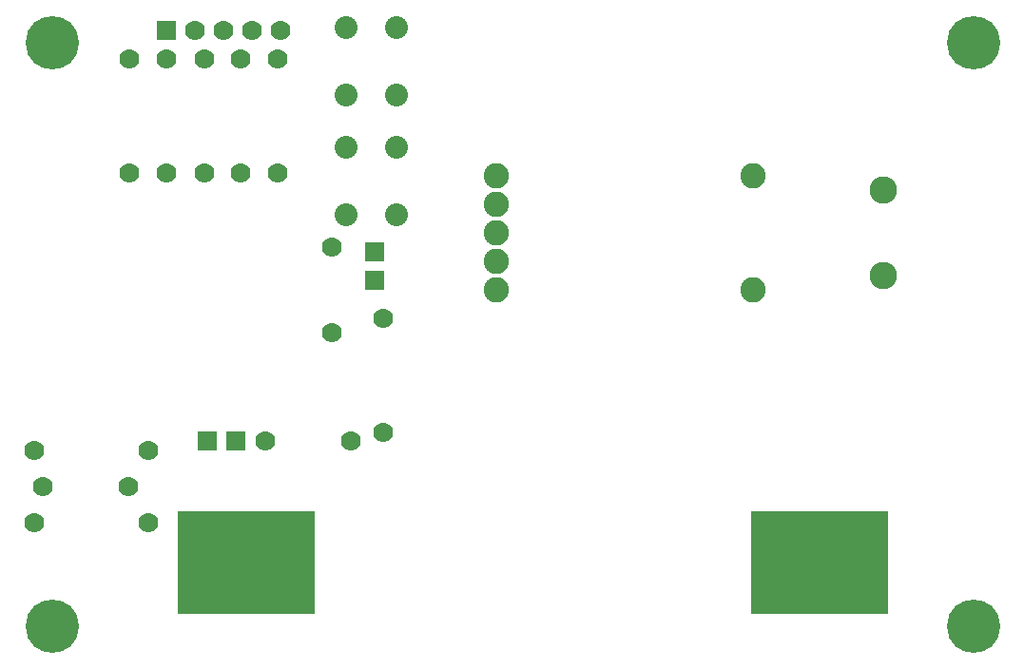
<source format=gbr>
G04 EasyPC Gerber Version 20.0.2 Build 4112 *
%FSLAX35Y35*%
%MOMM*%
%ADD10R,1.77800X1.77800*%
%ADD11C,1.77800*%
%ADD15C,2.03200*%
%ADD12C,2.25400*%
%ADD13R,12.25400X9.25400*%
%ADD16C,2.45400*%
%ADD14C,4.75400*%
X0Y0D02*
D02*
D10*
X1422650Y5716670D03*
X1785650Y2061670D03*
X2039650D03*
X3275650Y3491670D03*
Y3745670D03*
D02*
D11*
X245650Y1331670D03*
Y1971670D03*
X323650Y1651670D03*
X1085650D03*
X1092450Y4446670D03*
Y5462670D03*
X1261650Y1331670D03*
Y1971670D03*
X1422650Y4446670D03*
Y5462670D03*
X1676650Y5716670D03*
X1755650Y4446670D03*
Y5462670D03*
X1930650Y5716670D03*
X2083050Y4446670D03*
Y5462670D03*
X2184650Y5716670D03*
X2305650Y2061670D03*
X2413250Y4446670D03*
Y5462670D03*
X2438650Y5716670D03*
X2895850Y3024270D03*
Y3786270D03*
X3067650Y2061670D03*
X3353050Y2135270D03*
Y3151270D03*
D02*
D12*
X4356940Y3403460D03*
Y3657460D03*
Y3911460D03*
Y4165460D03*
Y4421270D03*
X6642940Y3403460D03*
Y4419460D03*
D02*
D13*
X2135700Y974450D03*
X7235700D03*
D02*
D14*
X406650Y406350D03*
Y5606350D03*
X8606350Y406350D03*
Y5606350D03*
D02*
D15*
X3022850Y4075270D03*
Y4675270D03*
Y5142070D03*
Y5742070D03*
X3472850Y4075270D03*
Y4675270D03*
Y5142070D03*
Y5742070D03*
D02*
D16*
X7806350Y3532270D03*
Y4294270D03*
X0Y0D02*
M02*

</source>
